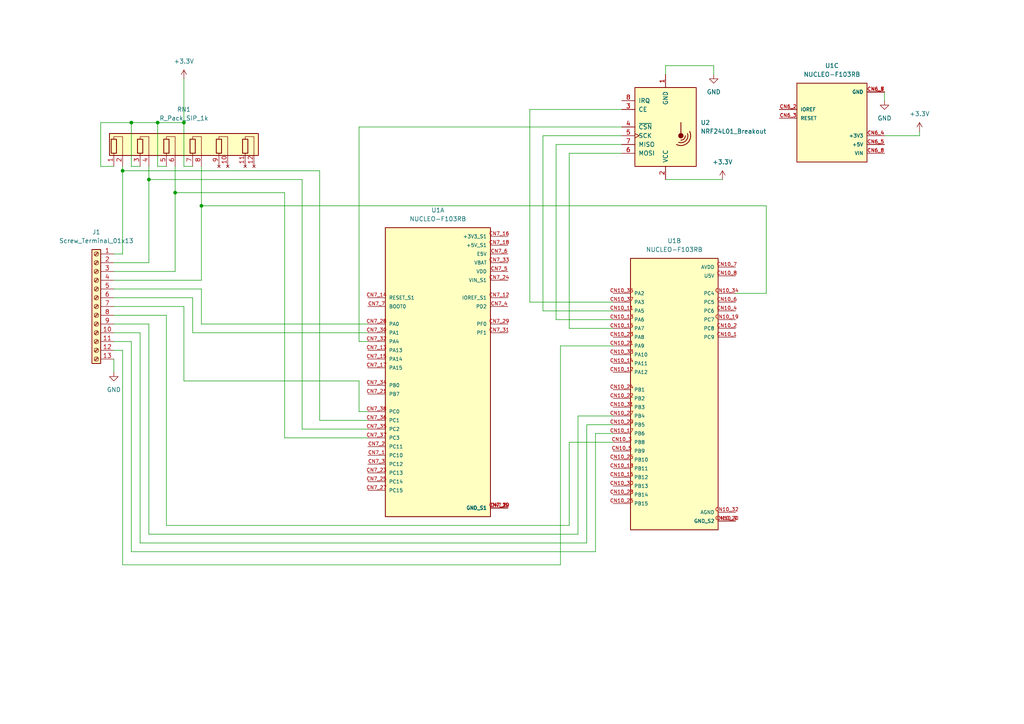
<source format=kicad_sch>
(kicad_sch (version 20211123) (generator eeschema)
  (paper "A4")
  (lib_symbols
    (symbol "Connector:Screw_Terminal_01x13" (pin_names (offset 1.016) hide)
      (property "Reference" "J" (at 0 17.78 0))
      (property "Value" "Screw_Terminal_01x13" (at 0 -17.78 0))
      (symbol "Screw_Terminal_01x13_1_1"
        (rectangle (start -1.27 16.51) (end 1.27 -16.51) (stroke (width 0.254)) (fill (type background)))
        (circle (center 0 -15.24) (radius 0.635) (stroke (width 0.1524)))
        (circle (center 0 -12.7) (radius 0.635) (stroke (width 0.1524)))
        (circle (center 0 -10.16) (radius 0.635) (stroke (width 0.1524)))
        (circle (center 0 -7.62) (radius 0.635) (stroke (width 0.1524)))
        (circle (center 0 -5.08) (radius 0.635) (stroke (width 0.1524)))
        (circle (center 0 -2.54) (radius 0.635) (stroke (width 0.1524)))
        (polyline (pts (xy -0.5334 -14.9098) (xy 0.3302 -15.748)) (stroke (width 0.1524)))
        (polyline (pts (xy -0.5334 -12.3698) (xy 0.3302 -13.208)) (stroke (width 0.1524)))
        (polyline (pts (xy -0.5334 -9.8298) (xy 0.3302 -10.668)) (stroke (width 0.1524)))
        (polyline (pts (xy -0.5334 -7.2898) (xy 0.3302 -8.128)) (stroke (width 0.1524)))
        (polyline (pts (xy -0.5334 -4.7498) (xy 0.3302 -5.588)) (stroke (width 0.1524)))
        (polyline (pts (xy -0.5334 -2.2098) (xy 0.3302 -3.048)) (stroke (width 0.1524)))
        (polyline (pts (xy -0.5334 0.3302) (xy 0.3302 -0.508)) (stroke (width 0.1524)))
        (polyline (pts (xy -0.5334 2.8702) (xy 0.3302 2.032)) (stroke (width 0.1524)))
        (polyline (pts (xy -0.5334 5.4102) (xy 0.3302 4.572)) (stroke (width 0.1524)))
        (polyline (pts (xy -0.5334 7.9502) (xy 0.3302 7.112)) (stroke (width 0.1524)))
        (polyline (pts (xy -0.5334 10.4902) (xy 0.3302 9.652)) (stroke (width 0.1524)))
        (polyline (pts (xy -0.5334 13.0302) (xy 0.3302 12.192)) (stroke (width 0.1524)))
        (polyline (pts (xy -0.5334 15.5702) (xy 0.3302 14.732)) (stroke (width 0.1524)))
        (polyline (pts (xy -0.3556 -14.732) (xy 0.508 -15.5702)) (stroke (width 0.1524)))
        (polyline (pts (xy -0.3556 -12.192) (xy 0.508 -13.0302)) (stroke (width 0.1524)))
        (polyline (pts (xy -0.3556 -9.652) (xy 0.508 -10.4902)) (stroke (width 0.1524)))
        (polyline (pts (xy -0.3556 -7.112) (xy 0.508 -7.9502)) (stroke (width 0.1524)))
        (polyline (pts (xy -0.3556 -4.572) (xy 0.508 -5.4102)) (stroke (width 0.1524)))
        (polyline (pts (xy -0.3556 -2.032) (xy 0.508 -2.8702)) (stroke (width 0.1524)))
        (polyline (pts (xy -0.3556 0.508) (xy 0.508 -0.3302)) (stroke (width 0.1524)))
        (polyline (pts (xy -0.3556 3.048) (xy 0.508 2.2098)) (stroke (width 0.1524)))
        (polyline (pts (xy -0.3556 5.588) (xy 0.508 4.7498)) (stroke (width 0.1524)))
        (polyline (pts (xy -0.3556 8.128) (xy 0.508 7.2898)) (stroke (width 0.1524)))
        (polyline (pts (xy -0.3556 10.668) (xy 0.508 9.8298)) (stroke (width 0.1524)))
        (polyline (pts (xy -0.3556 13.208) (xy 0.508 12.3698)) (stroke (width 0.1524)))
        (polyline (pts (xy -0.3556 15.748) (xy 0.508 14.9098)) (stroke (width 0.1524)))
        (circle (center 0 0) (radius 0.635) (stroke (width 0.1524)))
        (circle (center 0 2.54) (radius 0.635) (stroke (width 0.1524)))
        (circle (center 0 5.08) (radius 0.635) (stroke (width 0.1524)))
        (circle (center 0 7.62) (radius 0.635) (stroke (width 0.1524)))
        (circle (center 0 10.16) (radius 0.635) (stroke (width 0.1524)))
        (circle (center 0 12.7) (radius 0.635) (stroke (width 0.1524)))
        (circle (center 0 15.24) (radius 0.635) (stroke (width 0.1524)))
        (pin passive line (at -5.08 15.24 0) (length 3.81) (name "Pin_1") (number "1"))
        (pin passive line (at -5.08 -7.62 0) (length 3.81) (name "Pin_10") (number "10"))
        (pin passive line (at -5.08 -10.16 0) (length 3.81) (name "Pin_11") (number "11"))
        (pin passive line (at -5.08 -12.7 0) (length 3.81) (name "Pin_12") (number "12"))
        (pin passive line (at -5.08 -15.24 0) (length 3.81) (name "Pin_13") (number "13"))
        (pin passive line (at -5.08 12.7 0) (length 3.81) (name "Pin_2") (number "2"))
        (pin passive line (at -5.08 10.16 0) (length 3.81) (name "Pin_3") (number "3"))
        (pin passive line (at -5.08 7.62 0) (length 3.81) (name "Pin_4") (number "4"))
        (pin passive line (at -5.08 5.08 0) (length 3.81) (name "Pin_5") (number "5"))
        (pin passive line (at -5.08 2.54 0) (length 3.81) (name "Pin_6") (number "6"))
        (pin passive line (at -5.08 0 0) (length 3.81) (name "Pin_7") (number "7"))
        (pin passive line (at -5.08 -2.54 0) (length 3.81) (name "Pin_8") (number "8"))
        (pin passive line (at -5.08 -5.08 0) (length 3.81) (name "Pin_9") (number "9"))
      )
    )
    (symbol "Device:R_Pack06_SIP" (pin_names (offset 0) hide)
      (property "Reference" "RN?" (at 0 11.43 0))
      (property "Value" "R_Pack06_SIP" (at 0 8.89 0))
      (symbol "R_Pack06_SIP_0_1"
        (rectangle (start -21.59 -1.905) (end 21.59 4.445) (stroke (width 0.254)) (fill (type background)))
        (rectangle (start -21.082 2.794) (end -19.558 -1.27) (stroke (width 0.254)))
        (rectangle (start -13.462 2.794) (end -11.938 -1.27) (stroke (width 0.254)))
        (rectangle (start -5.842 2.794) (end -4.318 -1.27) (stroke (width 0.254)))
        (polyline (pts (xy -20.32 2.794) (xy -20.32 3.556) (xy -17.78 3.556) (xy -17.78 -1.27)))
        (polyline (pts (xy -12.7 2.794) (xy -12.7 3.556) (xy -10.16 3.556) (xy -10.16 -1.27)))
        (polyline (pts (xy -5.08 2.794) (xy -5.08 3.556) (xy -2.54 3.556) (xy -2.54 -1.27)))
        (polyline (pts (xy 2.54 2.794) (xy 2.54 3.556) (xy 5.08 3.556) (xy 5.08 -1.27)))
        (polyline (pts (xy 10.16 2.794) (xy 10.16 3.556) (xy 12.7 3.556) (xy 12.7 -1.27)))
        (polyline (pts (xy 17.78 2.794) (xy 17.78 3.556) (xy 20.32 3.556) (xy 20.32 -1.27)))
        (rectangle (start 1.778 2.794) (end 3.302 -1.27) (stroke (width 0.254)))
        (rectangle (start 9.398 2.794) (end 10.922 -1.27) (stroke (width 0.254)))
        (rectangle (start 17.018 2.794) (end 18.542 -1.27) (stroke (width 0.254)))
      )
      (symbol "R_Pack06_SIP_1_1"
        (pin passive line (at -20.32 -5.08 90) (length 3.81) (name "R1.1") (number "1"))
        (pin no_connect line (at 12.7 -5.08 90) (length 3.81) (name "R5.2") (number "10"))
        (pin no_connect line (at 17.78 -5.08 90) (length 3.81) (name "R6.1") (number "11"))
        (pin no_connect line (at 20.32 -5.08 90) (length 3.81) (name "R6.2") (number "12"))
        (pin passive line (at -17.78 -5.08 90) (length 3.81) (name "R1.2") (number "2"))
        (pin passive line (at -12.7 -5.08 90) (length 3.81) (name "R2.1") (number "3"))
        (pin passive line (at -10.16 -5.08 90) (length 3.81) (name "R2.2") (number "4"))
        (pin passive line (at -5.08 -5.08 90) (length 3.81) (name "R3.1") (number "5"))
        (pin passive line (at -2.54 -5.08 90) (length 3.81) (name "R3.2") (number "6"))
        (pin passive line (at 2.54 -5.08 90) (length 3.81) (name "R4.1") (number "7"))
        (pin passive line (at 5.08 -5.08 90) (length 3.81) (name "R4.2") (number "8"))
        (pin no_connect line (at 10.16 -5.08 90) (length 3.81) (name "R5.1") (number "9"))
      )
    )
    (symbol "NUCLEO-F303RE:NUCLEO-F303RE" (pin_names (offset 1.016))
      (property "Reference" "U" (at -15.24 41.91 0))
      (property "Value" "NUCLEO-F303RE" (at -15.24 -44.45 0))
      (symbol "NUCLEO-F303RE_1_0"
        (rectangle (start -15.24 -43.18) (end 15.24 40.64) (stroke (width 0.254)) (fill (type background)))
        (pin bidirectional line (at -20.32 -25.4 0) (length 5.08) (name "PC10") (number "CN7_1"))
        (pin bidirectional line (at 20.32 20.32 180) (length 5.08) (name "IOREF_S1") (number "CN7_12"))
        (pin bidirectional line (at -20.32 5.08 0) (length 5.08) (name "PA13") (number "CN7_13"))
        (pin bidirectional line (at -20.32 20.32 0) (length 5.08) (name "RESET_S1") (number "CN7_14"))
        (pin bidirectional line (at -20.32 2.54 0) (length 5.08) (name "PA14") (number "CN7_15"))
        (pin power_in line (at 20.32 38.1 180) (length 5.08) (name "+3V3_S1") (number "CN7_16"))
        (pin bidirectional line (at -20.32 0 0) (length 5.08) (name "PA15") (number "CN7_17"))
        (pin power_in line (at 20.32 35.56 180) (length 5.08) (name "+5V_S1") (number "CN7_18"))
        (pin power_in line (at 20.32 -40.64 180) (length 5.08) (name "GND_S1") (number "CN7_19"))
        (pin bidirectional line (at -20.32 -22.86 0) (length 5.08) (name "PC11") (number "CN7_2"))
        (pin power_in line (at 20.32 -40.64 180) (length 5.08) (name "GND_S1") (number "CN7_20"))
        (pin bidirectional line (at -20.32 -7.62 0) (length 5.08) (name "PB7") (number "CN7_21"))
        (pin power_in line (at 20.32 -40.64 180) (length 5.08) (name "GND_S1") (number "CN7_22"))
        (pin bidirectional line (at -20.32 -30.48 0) (length 5.08) (name "PC13") (number "CN7_23"))
        (pin power_in line (at 20.32 25.4 180) (length 5.08) (name "VIN_S1") (number "CN7_24"))
        (pin bidirectional line (at -20.32 -33.02 0) (length 5.08) (name "PC14") (number "CN7_25"))
        (pin bidirectional line (at -20.32 -35.56 0) (length 5.08) (name "PC15") (number "CN7_27"))
        (pin bidirectional line (at -20.32 12.7 0) (length 5.08) (name "PA0") (number "CN7_28"))
        (pin bidirectional line (at 20.32 12.7 180) (length 5.08) (name "PF0") (number "CN7_29"))
        (pin bidirectional line (at -20.32 -27.94 0) (length 5.08) (name "PC12") (number "CN7_3"))
        (pin bidirectional line (at -20.32 10.16 0) (length 5.08) (name "PA1") (number "CN7_30"))
        (pin bidirectional line (at 20.32 10.16 180) (length 5.08) (name "PF1") (number "CN7_31"))
        (pin bidirectional line (at -20.32 7.62 0) (length 5.08) (name "PA4") (number "CN7_32"))
        (pin power_in line (at 20.32 30.48 180) (length 5.08) (name "VBAT") (number "CN7_33"))
        (pin bidirectional line (at -20.32 -5.08 0) (length 5.08) (name "PB0") (number "CN7_34"))
        (pin bidirectional line (at -20.32 -17.78 0) (length 5.08) (name "PC2") (number "CN7_35"))
        (pin bidirectional line (at -20.32 -15.24 0) (length 5.08) (name "PC1") (number "CN7_36"))
        (pin bidirectional line (at -20.32 -20.32 0) (length 5.08) (name "PC3") (number "CN7_37"))
        (pin bidirectional line (at -20.32 -12.7 0) (length 5.08) (name "PC0") (number "CN7_38"))
        (pin bidirectional line (at 20.32 17.78 180) (length 5.08) (name "PD2") (number "CN7_4"))
        (pin power_in line (at 20.32 27.94 180) (length 5.08) (name "VDD") (number "CN7_5"))
        (pin power_in line (at 20.32 33.02 180) (length 5.08) (name "E5V") (number "CN7_6"))
        (pin bidirectional line (at -20.32 17.78 0) (length 5.08) (name "BOOT0") (number "CN7_7"))
        (pin power_in line (at 20.32 -40.64 180) (length 5.08) (name "GND_S1") (number "CN7_8"))
      )
      (symbol "NUCLEO-F303RE_2_0"
        (rectangle (start -12.7 -40.64) (end 12.7 38.1) (stroke (width 0.254)) (fill (type background)))
        (pin bidirectional line (at 17.78 15.24 180) (length 5.08) (name "PC9") (number "CN10_1"))
        (pin bidirectional line (at -17.78 22.86 0) (length 5.08) (name "PA5") (number "CN10_11"))
        (pin bidirectional line (at -17.78 5.08 0) (length 5.08) (name "PA12") (number "CN10_12"))
        (pin bidirectional line (at -17.78 20.32 0) (length 5.08) (name "PA6") (number "CN10_13"))
        (pin bidirectional line (at -17.78 7.62 0) (length 5.08) (name "PA11") (number "CN10_14"))
        (pin bidirectional line (at -17.78 17.78 0) (length 5.08) (name "PA7") (number "CN10_15"))
        (pin bidirectional line (at -17.78 -25.4 0) (length 5.08) (name "PB12") (number "CN10_16"))
        (pin bidirectional line (at -17.78 -12.7 0) (length 5.08) (name "PB6") (number "CN10_17"))
        (pin bidirectional line (at -17.78 -22.86 0) (length 5.08) (name "PB11") (number "CN10_18"))
        (pin bidirectional line (at 17.78 20.32 180) (length 5.08) (name "PC7") (number "CN10_19"))
        (pin bidirectional line (at 17.78 17.78 180) (length 5.08) (name "PC8") (number "CN10_2"))
        (pin power_in line (at 17.78 -38.1 180) (length 5.08) (name "GND_S2") (number "CN10_20"))
        (pin bidirectional line (at -17.78 12.7 0) (length 5.08) (name "PA9") (number "CN10_21"))
        (pin bidirectional line (at -17.78 -2.54 0) (length 5.08) (name "PB2") (number "CN10_22"))
        (pin bidirectional line (at -17.78 15.24 0) (length 5.08) (name "PA8") (number "CN10_23"))
        (pin bidirectional line (at -17.78 0 0) (length 5.08) (name "PB1") (number "CN10_24"))
        (pin bidirectional line (at -17.78 -20.32 0) (length 5.08) (name "PB10") (number "CN10_25"))
        (pin bidirectional line (at -17.78 -33.02 0) (length 5.08) (name "PB15") (number "CN10_26"))
        (pin bidirectional line (at -17.78 -7.62 0) (length 5.08) (name "PB4") (number "CN10_27"))
        (pin bidirectional line (at -17.78 -30.48 0) (length 5.08) (name "PB14") (number "CN10_28"))
        (pin bidirectional line (at -17.78 -10.16 0) (length 5.08) (name "PB5") (number "CN10_29"))
        (pin bidirectional line (at -17.78 -15.24 0) (length 5.08) (name "PB8") (number "CN10_3"))
        (pin bidirectional line (at -17.78 -27.94 0) (length 5.08) (name "PB13") (number "CN10_30"))
        (pin bidirectional line (at -17.78 -5.08 0) (length 5.08) (name "PB3") (number "CN10_31"))
        (pin power_in line (at 17.78 -35.56 180) (length 5.08) (name "AGND") (number "CN10_32"))
        (pin bidirectional line (at -17.78 10.16 0) (length 5.08) (name "PA10") (number "CN10_33"))
        (pin bidirectional line (at 17.78 27.94 180) (length 5.08) (name "PC4") (number "CN10_34"))
        (pin bidirectional line (at -17.78 27.94 0) (length 5.08) (name "PA2") (number "CN10_35"))
        (pin bidirectional line (at -17.78 25.4 0) (length 5.08) (name "PA3") (number "CN10_37"))
        (pin bidirectional line (at 17.78 22.86 180) (length 5.08) (name "PC6") (number "CN10_4"))
        (pin bidirectional line (at -17.78 -17.78 0) (length 5.08) (name "PB9") (number "CN10_5"))
        (pin bidirectional line (at 17.78 25.4 180) (length 5.08) (name "PC5") (number "CN10_6"))
        (pin power_in line (at 17.78 35.56 180) (length 5.08) (name "AVDD") (number "CN10_7"))
        (pin power_in line (at 17.78 33.02 180) (length 5.08) (name "U5V") (number "CN10_8"))
        (pin power_in line (at 17.78 -38.1 180) (length 5.08) (name "GND_S2") (number "CN10_9"))
      )
      (symbol "NUCLEO-F303RE_3_0"
        (rectangle (start -10.16 -12.7) (end 10.16 10.16) (stroke (width 0.254)) (fill (type background)))
        (pin bidirectional line (at -15.24 -5.08 0) (length 5.08) (name "IOREF") (number "CN6_2"))
        (pin bidirectional line (at -15.24 -2.54 0) (length 5.08) (name "RESET") (number "CN6_3"))
        (pin power_in line (at 15.24 2.54 180) (length 5.08) (name "+3V3") (number "CN6_4"))
        (pin power_in line (at 15.24 5.08 180) (length 5.08) (name "+5V") (number "CN6_5"))
        (pin power_in line (at 15.24 -10.16 180) (length 5.08) (name "GND") (number "CN6_6"))
        (pin power_in line (at 15.24 -10.16 180) (length 5.08) (name "GND") (number "CN6_7"))
        (pin power_in line (at 15.24 7.62 180) (length 5.08) (name "VIN") (number "CN6_8"))
      )
      (symbol "NUCLEO-F303RE_4_0"
        (rectangle (start -5.08 -12.7) (end 5.08 12.7) (stroke (width 0.254)) (fill (type background)))
        (pin input line (at -10.16 10.16 0) (length 5.08) (name "D0") (number "CN9_1"))
        (pin output line (at -10.16 7.62 0) (length 5.08) (name "D1") (number "CN9_2"))
        (pin bidirectional line (at -10.16 2.54 0) (length 5.08) (name "D2") (number "CN9_3"))
        (pin bidirectional line (at -10.16 0 0) (length 5.08) (name "D3") (number "CN9_4"))
        (pin bidirectional line (at -10.16 -2.54 0) (length 5.08) (name "D4") (number "CN9_5"))
        (pin bidirectional line (at -10.16 -5.08 0) (length 5.08) (name "D5") (number "CN9_6"))
        (pin bidirectional line (at -10.16 -7.62 0) (length 5.08) (name "D6") (number "CN9_7"))
        (pin bidirectional line (at -10.16 -10.16 0) (length 5.08) (name "D7") (number "CN9_8"))
      )
      (symbol "NUCLEO-F303RE_5_0"
        (rectangle (start -5.08 -10.16) (end 5.08 7.62) (stroke (width 0.254)) (fill (type background)))
        (pin input line (at -10.16 5.08 0) (length 5.08) (name "A0") (number "CN8_1"))
        (pin input line (at -10.16 2.54 0) (length 5.08) (name "A1") (number "CN8_2"))
        (pin input line (at -10.16 0 0) (length 5.08) (name "A2") (number "CN8_3"))
        (pin input line (at -10.16 -2.54 0) (length 5.08) (name "A3") (number "CN8_4"))
        (pin input line (at -10.16 -5.08 0) (length 5.08) (name "A4") (number "CN8_5"))
        (pin input line (at -10.16 -7.62 0) (length 5.08) (name "A5") (number "CN8_6"))
      )
      (symbol "NUCLEO-F303RE_6_0"
        (rectangle (start -10.16 -17.78) (end 10.16 15.24) (stroke (width 0.254)) (fill (type background)))
        (pin bidirectional line (at -15.24 7.62 0) (length 5.08) (name "D8") (number "CN5_1"))
        (pin bidirectional clock (at -15.24 -10.16 0) (length 5.08) (name "D15") (number "CN5_10"))
        (pin bidirectional line (at -15.24 5.08 0) (length 5.08) (name "D9") (number "CN5_2"))
        (pin bidirectional line (at -15.24 2.54 0) (length 5.08) (name "D10") (number "CN5_3"))
        (pin bidirectional line (at -15.24 0 0) (length 5.08) (name "D11") (number "CN5_4"))
        (pin bidirectional line (at -15.24 -2.54 0) (length 5.08) (name "D12") (number "CN5_5"))
        (pin bidirectional clock (at -15.24 -5.08 0) (length 5.08) (name "D13") (number "CN5_6"))
        (pin power_in line (at 15.24 -15.24 180) (length 5.08) (name "GND_S6") (number "CN5_7"))
        (pin power_in line (at 15.24 12.7 180) (length 5.08) (name "AVDD_S6") (number "CN5_8"))
        (pin bidirectional line (at -15.24 -7.62 0) (length 5.08) (name "D14") (number "CN5_9"))
      )
    )
    (symbol "RF:NRF24L01_Breakout" (pin_names (offset 1.016))
      (property "Reference" "U" (at -8.89 12.7 0))
      (property "Value" "NRF24L01_Breakout" (at 3.81 12.7 0))
      (symbol "NRF24L01_Breakout_0_1"
        (rectangle (start -8.89 11.43) (end 8.89 -11.43) (stroke (width 0.254)) (fill (type background)))
        (polyline (pts (xy 4.445 1.905) (xy 4.445 -1.27)) (stroke (width 0.254)))
        (circle (center 4.445 2.54) (radius 0.635) (stroke (width 0.254)) (fill (type outline)))
        (arc (start 5.715 2.54) (mid 5.3521 3.4546) (end 4.445 3.81) (stroke (width 0.254)))
        (arc (start 6.35 1.905) (mid 5.8763 3.9854) (end 3.81 4.445) (stroke (width 0.254)))
        (arc (start 6.985 1.27) (mid 6.453 4.548) (end 3.175 5.08) (stroke (width 0.254)))
      )
      (symbol "NRF24L01_Breakout_1_1"
        (pin power_in line (at 0 -15.24 90) (length 3.81) (name "GND") (number "1"))
        (pin power_in line (at 0 15.24 270) (length 3.81) (name "VCC") (number "2"))
        (pin input line (at -12.7 -5.08 0) (length 3.81) (name "CE") (number "3"))
        (pin input line (at -12.7 0 0) (length 3.81) (name "~{CSN}") (number "4"))
        (pin input clock (at -12.7 2.54 0) (length 3.81) (name "SCK") (number "5"))
        (pin input line (at -12.7 7.62 0) (length 3.81) (name "MOSI") (number "6"))
        (pin output line (at -12.7 5.08 0) (length 3.81) (name "MISO") (number "7"))
        (pin output line (at -12.7 -7.62 0) (length 3.81) (name "IRQ") (number "8"))
      )
    )
    (symbol "power:+3.3V" (power) (pin_names (offset 0))
      (property "Value" "+3.3V" (at 0 3.556 0))
      (symbol "+3.3V_0_1"
        (polyline (pts (xy -0.762 1.27) (xy 0 2.54)))
        (polyline (pts (xy 0 0) (xy 0 2.54)))
        (polyline (pts (xy 0 2.54) (xy 0.762 1.27)))
      )
      (symbol "+3.3V_1_1"
        (pin power_in line (at 0 0 90) (length 0) hide (name "+3.3V") (number "1"))
      )
    )
    (symbol "power:GND" (power) (pin_names (offset 0))
      (property "Value" "GND" (at 0 -3.81 0))
      (symbol "GND_0_1"
        (polyline (pts (xy 0 0) (xy 0 -1.27) (xy 1.27 -1.27) (xy 0 -2.54) (xy -1.27 -1.27) (xy 0 -1.27)))
      )
      (symbol "GND_1_1"
        (pin power_in line (at 0 0 270) (length 0) hide (name "GND") (number "1"))
      )
    )
  )
  (junction (at 45.72 35.56))
  (junction (at 58.42 59.69))
  (junction (at 43.18 52.07))
  (junction (at 50.8 55.88))
  (junction (at 38.1 35.56))
  (junction (at 53.34 35.56))
  (junction (at 35.56 49.53))
  (wire (pts (xy 58.42 93.98) (xy 58.42 83.82)))
  (wire (pts (xy 53.34 88.9) (xy 33.02 88.9)))
  (wire (pts (xy 161.29 92.71) (xy 161.29 41.91)))
  (wire (pts (xy 165.1 128.27) (xy 165.1 152.4)))
  (wire (pts (xy 58.42 48.26) (xy 58.42 59.69)))
  (wire (pts (xy 170.18 123.19) (xy 170.18 157.48)))
  (wire (pts (xy 87.63 124.46) (xy 87.63 52.07)))
  (wire (pts (xy 38.1 35.56) (xy 45.72 35.56)))
  (wire (pts (xy 50.8 78.74) (xy 33.02 78.74)))
  (wire (pts (xy 35.56 49.53) (xy 35.56 73.66)))
  (wire (pts (xy 58.42 81.28) (xy 33.02 81.28)))
  (wire (pts (xy 50.8 48.26) (xy 50.8 55.88)))
  (wire (pts (xy 92.71 121.92) (xy 92.71 49.53)))
  (wire (pts (xy 207.01 19.05) (xy 207.01 21.59)))
  (wire (pts (xy 87.63 52.07) (xy 43.18 52.07)))
  (wire (pts (xy 106.68 96.52) (xy 55.88 96.52)))
  (wire (pts (xy 165.1 95.25) (xy 165.1 44.45)))
  (wire (pts (xy 48.26 48.26) (xy 45.72 48.26)))
  (wire (pts (xy 43.18 52.07) (xy 43.18 76.2)))
  (wire (pts (xy 104.14 110.49) (xy 53.34 110.49)))
  (wire (pts (xy 55.88 96.52) (xy 55.88 86.36)))
  (wire (pts (xy 193.04 19.05) (xy 207.01 19.05)))
  (wire (pts (xy 106.68 121.92) (xy 92.71 121.92)))
  (wire (pts (xy 177.8 123.19) (xy 170.18 123.19)))
  (wire (pts (xy 53.34 48.26) (xy 53.34 35.56)))
  (wire (pts (xy 177.8 120.65) (xy 167.64 120.65)))
  (wire (pts (xy 35.56 48.26) (xy 35.56 49.53)))
  (wire (pts (xy 161.29 41.91) (xy 180.34 41.91)))
  (wire (pts (xy 106.68 93.98) (xy 58.42 93.98)))
  (wire (pts (xy 167.64 120.65) (xy 167.64 154.94)))
  (wire (pts (xy 55.88 86.36) (xy 33.02 86.36)))
  (wire (pts (xy 45.72 48.26) (xy 45.72 35.56)))
  (wire (pts (xy 106.68 124.46) (xy 87.63 124.46)))
  (wire (pts (xy 43.18 93.98) (xy 33.02 93.98)))
  (wire (pts (xy 172.72 125.73) (xy 172.72 160.02)))
  (wire (pts (xy 106.68 127) (xy 82.55 127)))
  (wire (pts (xy 29.21 35.56) (xy 29.21 48.26)))
  (wire (pts (xy 29.21 35.56) (xy 38.1 35.56)))
  (wire (pts (xy 33.02 73.66) (xy 35.56 73.66)))
  (wire (pts (xy 33.02 104.14) (xy 33.02 107.95)))
  (wire (pts (xy 177.8 128.27) (xy 165.1 128.27)))
  (wire (pts (xy 48.26 91.44) (xy 33.02 91.44)))
  (wire (pts (xy 53.34 110.49) (xy 53.34 88.9)))
  (wire (pts (xy 157.48 39.37) (xy 180.34 39.37)))
  (wire (pts (xy 106.68 119.38) (xy 104.14 119.38)))
  (wire (pts (xy 35.56 163.83) (xy 35.56 101.6)))
  (wire (pts (xy 38.1 99.06) (xy 33.02 99.06)))
  (wire (pts (xy 40.64 48.26) (xy 38.1 48.26)))
  (wire (pts (xy 222.25 59.69) (xy 58.42 59.69)))
  (wire (pts (xy 33.02 76.2) (xy 43.18 76.2)))
  (wire (pts (xy 256.54 39.37) (xy 266.7 39.37)))
  (wire (pts (xy 177.8 95.25) (xy 165.1 95.25)))
  (wire (pts (xy 45.72 35.56) (xy 53.34 35.56)))
  (wire (pts (xy 153.67 31.75) (xy 180.34 31.75)))
  (wire (pts (xy 165.1 152.4) (xy 48.26 152.4)))
  (wire (pts (xy 213.36 85.09) (xy 222.25 85.09)))
  (wire (pts (xy 104.14 119.38) (xy 104.14 110.49)))
  (wire (pts (xy 172.72 160.02) (xy 38.1 160.02)))
  (wire (pts (xy 162.56 100.33) (xy 162.56 163.83)))
  (wire (pts (xy 43.18 48.26) (xy 43.18 52.07)))
  (wire (pts (xy 38.1 48.26) (xy 38.1 35.56)))
  (wire (pts (xy 48.26 152.4) (xy 48.26 91.44)))
  (wire (pts (xy 29.21 48.26) (xy 33.02 48.26)))
  (wire (pts (xy 82.55 127) (xy 82.55 55.88)))
  (wire (pts (xy 38.1 160.02) (xy 38.1 99.06)))
  (wire (pts (xy 58.42 83.82) (xy 33.02 83.82)))
  (wire (pts (xy 40.64 157.48) (xy 40.64 96.52)))
  (wire (pts (xy 193.04 21.59) (xy 193.04 19.05)))
  (wire (pts (xy 256.54 26.67) (xy 256.54 29.21)))
  (wire (pts (xy 162.56 163.83) (xy 35.56 163.83)))
  (wire (pts (xy 104.14 36.83) (xy 180.34 36.83)))
  (wire (pts (xy 157.48 90.17) (xy 157.48 39.37)))
  (wire (pts (xy 40.64 96.52) (xy 33.02 96.52)))
  (wire (pts (xy 50.8 55.88) (xy 50.8 78.74)))
  (wire (pts (xy 43.18 154.94) (xy 43.18 93.98)))
  (wire (pts (xy 165.1 44.45) (xy 180.34 44.45)))
  (wire (pts (xy 153.67 87.63) (xy 153.67 31.75)))
  (wire (pts (xy 55.88 48.26) (xy 53.34 48.26)))
  (wire (pts (xy 177.8 90.17) (xy 157.48 90.17)))
  (wire (pts (xy 53.34 22.86) (xy 53.34 35.56)))
  (wire (pts (xy 167.64 154.94) (xy 43.18 154.94)))
  (wire (pts (xy 58.42 59.69) (xy 58.42 81.28)))
  (wire (pts (xy 266.7 39.37) (xy 266.7 38.1)))
  (wire (pts (xy 35.56 101.6) (xy 33.02 101.6)))
  (wire (pts (xy 222.25 85.09) (xy 222.25 59.69)))
  (wire (pts (xy 177.8 125.73) (xy 172.72 125.73)))
  (wire (pts (xy 193.04 52.07) (xy 209.55 52.07)))
  (wire (pts (xy 82.55 55.88) (xy 50.8 55.88)))
  (wire (pts (xy 177.8 92.71) (xy 161.29 92.71)))
  (wire (pts (xy 177.8 87.63) (xy 153.67 87.63)))
  (wire (pts (xy 106.68 99.06) (xy 104.14 99.06)))
  (wire (pts (xy 170.18 157.48) (xy 40.64 157.48)))
  (wire (pts (xy 177.8 100.33) (xy 162.56 100.33)))
  (wire (pts (xy 104.14 99.06) (xy 104.14 36.83)))
  (wire (pts (xy 92.71 49.53) (xy 35.56 49.53)))
  (symbol (lib_id "Connector:Screw_Terminal_01x13") (at 27.94 88.9 0) (mirror y) (unit 1)
    (property "Reference" "J1" (at 27.94 67.31 0))
    (property "Value" "Screw_Terminal_01x13" (at 27.94 69.85 0))
    (property "Footprint" "TerminalBlock_Phoenix:TerminalBlock_Phoenix_PT-1,5-13-5.0-H_1x13_P5.00mm_Horizontal" (effects hide))
  )
  (symbol (lib_id "power:+3.3V") (at 266.7 38.1 0) (unit 1)
    (property "Reference" "#PWR?" (effects hide))
    (property "Value" "+3.3V" (at 266.7 33.02 0))
  )
  (symbol (lib_id "power:GND") (at 256.54 29.21 0) (unit 1)
    (property "Reference" "#PWR?" (effects hide))
    (property "Value" "GND" (at 256.54 34.29 0))
  )
  (symbol (lib_id "NUCLEO-F303RE:NUCLEO-F303RE") (at 127 106.68 0) (unit 1)
    (property "Reference" "U1" (at 127 60.96 0))
    (property "Value" "NUCLEO-F103RB" (at 127 63.5 0))
    (property "Footprint" "ST_NUCLEO-F303RE" (effects hide))
    (property "STANDARD" "Manufacturer recommendations" (effects hide))
    (property "PARTREV" "14" (effects hide))
    (property "MAXIMUM_PACKAGE_HEIGHT" "N/A" (effects hide))
    (property "MANUFACTURER" "STMicroelectronics" (effects hide))
  )
  (symbol (lib_id "power:+3.3V") (at 53.34 22.86 0) (unit 1)
    (property "Reference" "#PWR?" (effects hide))
    (property "Value" "+3.3V" (at 53.34 17.78 0))
  )
  (symbol (lib_id "RF:NRF24L01_Breakout") (at 193.04 36.83 0) (mirror x) (unit 1)
    (property "Reference" "U2" (at 203.2 35.5599 0) (effects (justify left)))
    (property "Value" "NRF24L01_Breakout" (at 203.2 38.0999 0) (effects (justify left)))
    (property "Footprint" "RF_Module:nRF24L01_Breakout" (effects hide))
    (property "Datasheet" "http://www.nordicsemi.com/eng/content/download/2730/34105/file/nRF24L01_Product_Specification_v2_0.pdf" (effects hide))
  )
  (symbol (lib_id "power:GND") (at 33.02 107.95 0) (unit 1)
    (property "Reference" "#PWR?" (effects hide))
    (property "Value" "GND" (at 33.02 113.03 0))
  )
  (symbol (lib_id "NUCLEO-F303RE:NUCLEO-F303RE") (at 241.3 36.83 0) (mirror x) (unit 3)
    (property "Reference" "U1" (at 241.3 19.05 0))
    (property "Value" "NUCLEO-F103RB" (at 241.3 21.59 0))
    (property "Footprint" "ST_NUCLEO-F303RE" (effects hide))
    (property "STANDARD" "Manufacturer recommendations" (effects hide))
    (property "PARTREV" "14" (effects hide))
    (property "MAXIMUM_PACKAGE_HEIGHT" "N/A" (effects hide))
    (property "MANUFACTURER" "STMicroelectronics" (effects hide))
  )
  (symbol (lib_id "Device:R_Pack06_SIP") (at 53.34 43.18 0) (unit 1)
    (property "Reference" "RN1" (at 53.34 31.75 0))
    (property "Value" "R_Pack_SIP_1k" (at 53.34 34.29 0))
    (property "Footprint" "Resistor_THT:R_Array_SIP12" (effects hide))
    (property "Datasheet" "http://www.vishay.com/docs/31509/csc.pdf" (effects hide))
  )
  (symbol (lib_id "power:+3.3V") (at 209.55 52.07 0) (unit 1)
    (property "Reference" "#PWR?" (effects hide))
    (property "Value" "+3.3V" (at 209.55 46.99 0))
  )
  (symbol (lib_id "NUCLEO-F303RE:NUCLEO-F303RE") (at 195.58 113.03 0) (unit 2)
    (property "Reference" "U1" (at 195.58 69.85 0))
    (property "Value" "NUCLEO-F103RB" (at 195.58 72.39 0))
    (property "Footprint" "ST_NUCLEO-F303RE" (effects hide))
    (property "STANDARD" "Manufacturer recommendations" (effects hide))
    (property "PARTREV" "14" (effects hide))
    (property "MAXIMUM_PACKAGE_HEIGHT" "N/A" (effects hide))
    (property "MANUFACTURER" "STMicroelectronics" (effects hide))
  )
  (symbol (lib_id "power:GND") (at 207.01 21.59 0) (unit 1)
    (property "Reference" "#PWR?" (effects hide))
    (property "Value" "GND" (at 207.01 26.67 0))
  )
)
</source>
